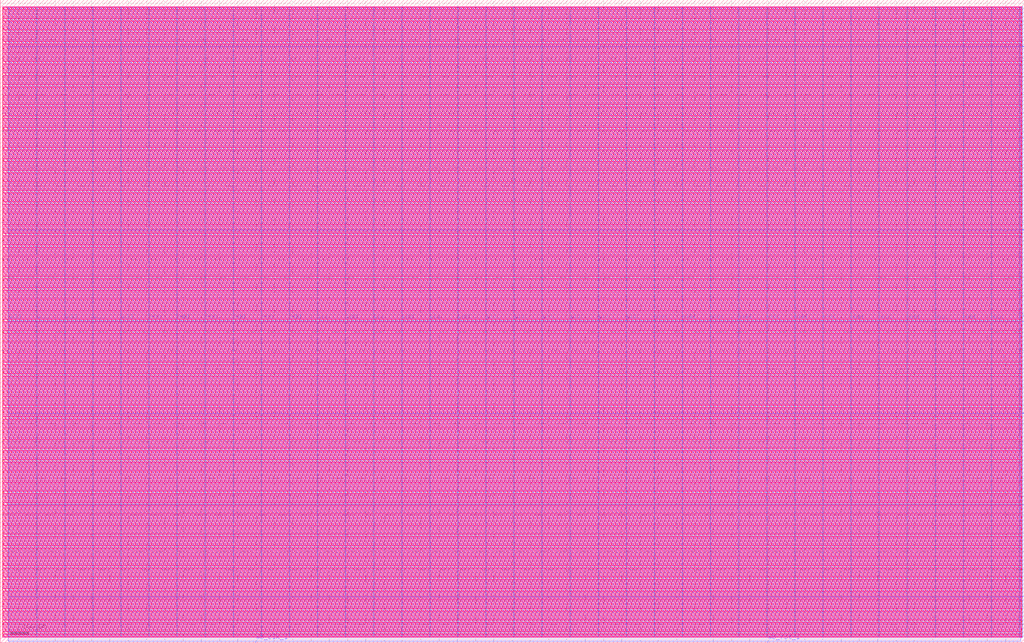
<source format=lef>
VERSION 5.7 ;
  NOWIREEXTENSIONATPIN ON ;
  DIVIDERCHAR "/" ;
  BUSBITCHARS "[]" ;
MACRO dpll
  CLASS BLOCK ;
  FOREIGN dpll ;
  ORIGIN 0.000 0.000 ;
  SIZE 2800.000 BY 1760.000 ;
  PIN clk_fin
    DIRECTION INPUT ;
    USE SIGNAL ;
    ANTENNAGATEAREA 1.102000 ;
    ANTENNADIFFAREA 0.410400 ;
    PORT
      LAYER Metal3 ;
        RECT 2796.000 1631.840 2800.000 1632.400 ;
    END
  END clk_fin
  PIN freq_select[0]
    DIRECTION INPUT ;
    USE SIGNAL ;
    ANTENNAGATEAREA 1.102000 ;
    ANTENNADIFFAREA 0.410400 ;
    PORT
      LAYER Metal3 ;
        RECT 2796.000 1130.080 2800.000 1130.640 ;
    END
  END freq_select[0]
  PIN freq_select[1]
    DIRECTION INPUT ;
    USE SIGNAL ;
    ANTENNAGATEAREA 1.102000 ;
    ANTENNADIFFAREA 0.410400 ;
    PORT
      LAYER Metal3 ;
        RECT 2796.000 1380.960 2800.000 1381.520 ;
    END
  END freq_select[1]
  PIN io_oeb[0]
    DIRECTION OUTPUT TRISTATE ;
    USE SIGNAL ;
    ANTENNADIFFAREA 0.360800 ;
    PORT
      LAYER Metal3 ;
        RECT 2796.000 126.560 2800.000 127.120 ;
    END
  END io_oeb[0]
  PIN io_oeb[1]
    DIRECTION OUTPUT TRISTATE ;
    USE SIGNAL ;
    ANTENNADIFFAREA 0.360800 ;
    PORT
      LAYER Metal3 ;
        RECT 2796.000 628.320 2800.000 628.880 ;
    END
  END io_oeb[1]
  PIN io_out[0]
    DIRECTION OUTPUT TRISTATE ;
    USE SIGNAL ;
    ANTENNADIFFAREA 4.731200 ;
    PORT
      LAYER Metal3 ;
        RECT 2796.000 377.440 2800.000 378.000 ;
    END
  END io_out[0]
  PIN io_out[1]
    DIRECTION OUTPUT TRISTATE ;
    USE SIGNAL ;
    ANTENNADIFFAREA 4.731200 ;
    PORT
      LAYER Metal3 ;
        RECT 2796.000 879.200 2800.000 879.760 ;
    END
  END io_out[1]
  PIN vdd
    DIRECTION INOUT ;
    USE POWER ;
    PORT
      LAYER Metal4 ;
        RECT 22.240 15.380 23.840 1740.780 ;
    END
    PORT
      LAYER Metal4 ;
        RECT 175.840 15.380 177.440 1740.780 ;
    END
    PORT
      LAYER Metal4 ;
        RECT 329.440 15.380 331.040 1740.780 ;
    END
    PORT
      LAYER Metal4 ;
        RECT 483.040 15.380 484.640 1740.780 ;
    END
    PORT
      LAYER Metal4 ;
        RECT 636.640 15.380 638.240 1740.780 ;
    END
    PORT
      LAYER Metal4 ;
        RECT 790.240 15.380 791.840 1740.780 ;
    END
    PORT
      LAYER Metal4 ;
        RECT 943.840 15.380 945.440 1740.780 ;
    END
    PORT
      LAYER Metal4 ;
        RECT 1097.440 15.380 1099.040 1740.780 ;
    END
    PORT
      LAYER Metal4 ;
        RECT 1251.040 15.380 1252.640 1740.780 ;
    END
    PORT
      LAYER Metal4 ;
        RECT 1404.640 15.380 1406.240 1740.780 ;
    END
    PORT
      LAYER Metal4 ;
        RECT 1558.240 15.380 1559.840 1740.780 ;
    END
    PORT
      LAYER Metal4 ;
        RECT 1711.840 15.380 1713.440 1740.780 ;
    END
    PORT
      LAYER Metal4 ;
        RECT 1865.440 15.380 1867.040 1740.780 ;
    END
    PORT
      LAYER Metal4 ;
        RECT 2019.040 15.380 2020.640 1740.780 ;
    END
    PORT
      LAYER Metal4 ;
        RECT 2172.640 15.380 2174.240 1740.780 ;
    END
    PORT
      LAYER Metal4 ;
        RECT 2326.240 15.380 2327.840 1740.780 ;
    END
    PORT
      LAYER Metal4 ;
        RECT 2479.840 15.380 2481.440 1740.780 ;
    END
    PORT
      LAYER Metal4 ;
        RECT 2633.440 15.380 2635.040 1740.780 ;
    END
    PORT
      LAYER Metal4 ;
        RECT 2787.040 15.380 2788.640 1740.780 ;
    END
  END vdd
  PIN vss
    DIRECTION INOUT ;
    USE GROUND ;
    PORT
      LAYER Metal4 ;
        RECT 99.040 15.380 100.640 1740.780 ;
    END
    PORT
      LAYER Metal4 ;
        RECT 252.640 15.380 254.240 1740.780 ;
    END
    PORT
      LAYER Metal4 ;
        RECT 406.240 15.380 407.840 1740.780 ;
    END
    PORT
      LAYER Metal4 ;
        RECT 559.840 15.380 561.440 1740.780 ;
    END
    PORT
      LAYER Metal4 ;
        RECT 713.440 15.380 715.040 1740.780 ;
    END
    PORT
      LAYER Metal4 ;
        RECT 867.040 15.380 868.640 1740.780 ;
    END
    PORT
      LAYER Metal4 ;
        RECT 1020.640 15.380 1022.240 1740.780 ;
    END
    PORT
      LAYER Metal4 ;
        RECT 1174.240 15.380 1175.840 1740.780 ;
    END
    PORT
      LAYER Metal4 ;
        RECT 1327.840 15.380 1329.440 1740.780 ;
    END
    PORT
      LAYER Metal4 ;
        RECT 1481.440 15.380 1483.040 1740.780 ;
    END
    PORT
      LAYER Metal4 ;
        RECT 1635.040 15.380 1636.640 1740.780 ;
    END
    PORT
      LAYER Metal4 ;
        RECT 1788.640 15.380 1790.240 1740.780 ;
    END
    PORT
      LAYER Metal4 ;
        RECT 1942.240 15.380 1943.840 1740.780 ;
    END
    PORT
      LAYER Metal4 ;
        RECT 2095.840 15.380 2097.440 1740.780 ;
    END
    PORT
      LAYER Metal4 ;
        RECT 2249.440 15.380 2251.040 1740.780 ;
    END
    PORT
      LAYER Metal4 ;
        RECT 2403.040 15.380 2404.640 1740.780 ;
    END
    PORT
      LAYER Metal4 ;
        RECT 2556.640 15.380 2558.240 1740.780 ;
    END
    PORT
      LAYER Metal4 ;
        RECT 2710.240 15.380 2711.840 1740.780 ;
    END
  END vss
  PIN wb_clk_i
    DIRECTION INPUT ;
    USE SIGNAL ;
    ANTENNAGATEAREA 4.738000 ;
    ANTENNADIFFAREA 0.410400 ;
    PORT
      LAYER Metal2 ;
        RECT 698.880 0.000 699.440 4.000 ;
    END
  END wb_clk_i
  PIN wb_rst_i
    DIRECTION INPUT ;
    USE SIGNAL ;
    ANTENNAGATEAREA 2.369000 ;
    ANTENNADIFFAREA 0.410400 ;
    PORT
      LAYER Metal2 ;
        RECT 2098.880 0.000 2099.440 4.000 ;
    END
  END wb_rst_i
  OBS
      LAYER Pwell ;
        RECT 6.290 1738.720 2793.710 1740.910 ;
      LAYER Nwell ;
        RECT 6.290 1734.400 2793.710 1738.720 ;
      LAYER Pwell ;
        RECT 6.290 1730.880 2793.710 1734.400 ;
      LAYER Nwell ;
        RECT 6.290 1726.560 2793.710 1730.880 ;
      LAYER Pwell ;
        RECT 6.290 1723.040 2793.710 1726.560 ;
      LAYER Nwell ;
        RECT 6.290 1718.720 2793.710 1723.040 ;
      LAYER Pwell ;
        RECT 6.290 1715.200 2793.710 1718.720 ;
      LAYER Nwell ;
        RECT 6.290 1710.880 2793.710 1715.200 ;
      LAYER Pwell ;
        RECT 6.290 1707.360 2793.710 1710.880 ;
      LAYER Nwell ;
        RECT 6.290 1703.040 2793.710 1707.360 ;
      LAYER Pwell ;
        RECT 6.290 1699.520 2793.710 1703.040 ;
      LAYER Nwell ;
        RECT 6.290 1695.200 2793.710 1699.520 ;
      LAYER Pwell ;
        RECT 6.290 1691.680 2793.710 1695.200 ;
      LAYER Nwell ;
        RECT 6.290 1687.360 2793.710 1691.680 ;
      LAYER Pwell ;
        RECT 6.290 1683.840 2793.710 1687.360 ;
      LAYER Nwell ;
        RECT 6.290 1679.520 2793.710 1683.840 ;
      LAYER Pwell ;
        RECT 6.290 1676.000 2793.710 1679.520 ;
      LAYER Nwell ;
        RECT 6.290 1671.680 2793.710 1676.000 ;
      LAYER Pwell ;
        RECT 6.290 1668.160 2793.710 1671.680 ;
      LAYER Nwell ;
        RECT 6.290 1663.840 2793.710 1668.160 ;
      LAYER Pwell ;
        RECT 6.290 1660.320 2793.710 1663.840 ;
      LAYER Nwell ;
        RECT 6.290 1656.000 2793.710 1660.320 ;
      LAYER Pwell ;
        RECT 6.290 1652.480 2793.710 1656.000 ;
      LAYER Nwell ;
        RECT 6.290 1648.160 2793.710 1652.480 ;
      LAYER Pwell ;
        RECT 6.290 1644.640 2793.710 1648.160 ;
      LAYER Nwell ;
        RECT 6.290 1640.320 2793.710 1644.640 ;
      LAYER Pwell ;
        RECT 6.290 1636.800 2793.710 1640.320 ;
      LAYER Nwell ;
        RECT 6.290 1632.480 2793.710 1636.800 ;
      LAYER Pwell ;
        RECT 6.290 1628.960 2793.710 1632.480 ;
      LAYER Nwell ;
        RECT 6.290 1624.640 2793.710 1628.960 ;
      LAYER Pwell ;
        RECT 6.290 1621.120 2793.710 1624.640 ;
      LAYER Nwell ;
        RECT 6.290 1616.800 2793.710 1621.120 ;
      LAYER Pwell ;
        RECT 6.290 1613.280 2793.710 1616.800 ;
      LAYER Nwell ;
        RECT 6.290 1608.960 2793.710 1613.280 ;
      LAYER Pwell ;
        RECT 6.290 1605.440 2793.710 1608.960 ;
      LAYER Nwell ;
        RECT 6.290 1601.120 2793.710 1605.440 ;
      LAYER Pwell ;
        RECT 6.290 1597.600 2793.710 1601.120 ;
      LAYER Nwell ;
        RECT 6.290 1593.280 2793.710 1597.600 ;
      LAYER Pwell ;
        RECT 6.290 1589.760 2793.710 1593.280 ;
      LAYER Nwell ;
        RECT 6.290 1585.440 2793.710 1589.760 ;
      LAYER Pwell ;
        RECT 6.290 1581.920 2793.710 1585.440 ;
      LAYER Nwell ;
        RECT 6.290 1577.600 2793.710 1581.920 ;
      LAYER Pwell ;
        RECT 6.290 1574.080 2793.710 1577.600 ;
      LAYER Nwell ;
        RECT 6.290 1569.760 2793.710 1574.080 ;
      LAYER Pwell ;
        RECT 6.290 1566.240 2793.710 1569.760 ;
      LAYER Nwell ;
        RECT 6.290 1561.920 2793.710 1566.240 ;
      LAYER Pwell ;
        RECT 6.290 1558.400 2793.710 1561.920 ;
      LAYER Nwell ;
        RECT 6.290 1554.080 2793.710 1558.400 ;
      LAYER Pwell ;
        RECT 6.290 1550.560 2793.710 1554.080 ;
      LAYER Nwell ;
        RECT 6.290 1546.240 2793.710 1550.560 ;
      LAYER Pwell ;
        RECT 6.290 1542.720 2793.710 1546.240 ;
      LAYER Nwell ;
        RECT 6.290 1538.400 2793.710 1542.720 ;
      LAYER Pwell ;
        RECT 6.290 1534.880 2793.710 1538.400 ;
      LAYER Nwell ;
        RECT 6.290 1530.560 2793.710 1534.880 ;
      LAYER Pwell ;
        RECT 6.290 1527.040 2793.710 1530.560 ;
      LAYER Nwell ;
        RECT 6.290 1522.720 2793.710 1527.040 ;
      LAYER Pwell ;
        RECT 6.290 1519.200 2793.710 1522.720 ;
      LAYER Nwell ;
        RECT 6.290 1514.880 2793.710 1519.200 ;
      LAYER Pwell ;
        RECT 6.290 1511.360 2793.710 1514.880 ;
      LAYER Nwell ;
        RECT 6.290 1507.040 2793.710 1511.360 ;
      LAYER Pwell ;
        RECT 6.290 1503.520 2793.710 1507.040 ;
      LAYER Nwell ;
        RECT 6.290 1499.200 2793.710 1503.520 ;
      LAYER Pwell ;
        RECT 6.290 1495.680 2793.710 1499.200 ;
      LAYER Nwell ;
        RECT 6.290 1491.360 2793.710 1495.680 ;
      LAYER Pwell ;
        RECT 6.290 1487.840 2793.710 1491.360 ;
      LAYER Nwell ;
        RECT 6.290 1483.520 2793.710 1487.840 ;
      LAYER Pwell ;
        RECT 6.290 1480.000 2793.710 1483.520 ;
      LAYER Nwell ;
        RECT 6.290 1475.680 2793.710 1480.000 ;
      LAYER Pwell ;
        RECT 6.290 1472.160 2793.710 1475.680 ;
      LAYER Nwell ;
        RECT 6.290 1467.840 2793.710 1472.160 ;
      LAYER Pwell ;
        RECT 6.290 1464.320 2793.710 1467.840 ;
      LAYER Nwell ;
        RECT 6.290 1460.000 2793.710 1464.320 ;
      LAYER Pwell ;
        RECT 6.290 1456.480 2793.710 1460.000 ;
      LAYER Nwell ;
        RECT 6.290 1452.160 2793.710 1456.480 ;
      LAYER Pwell ;
        RECT 6.290 1448.640 2793.710 1452.160 ;
      LAYER Nwell ;
        RECT 6.290 1444.320 2793.710 1448.640 ;
      LAYER Pwell ;
        RECT 6.290 1440.800 2793.710 1444.320 ;
      LAYER Nwell ;
        RECT 6.290 1436.480 2793.710 1440.800 ;
      LAYER Pwell ;
        RECT 6.290 1432.960 2793.710 1436.480 ;
      LAYER Nwell ;
        RECT 6.290 1428.640 2793.710 1432.960 ;
      LAYER Pwell ;
        RECT 6.290 1425.120 2793.710 1428.640 ;
      LAYER Nwell ;
        RECT 6.290 1420.800 2793.710 1425.120 ;
      LAYER Pwell ;
        RECT 6.290 1417.280 2793.710 1420.800 ;
      LAYER Nwell ;
        RECT 6.290 1412.960 2793.710 1417.280 ;
      LAYER Pwell ;
        RECT 6.290 1409.440 2793.710 1412.960 ;
      LAYER Nwell ;
        RECT 6.290 1405.120 2793.710 1409.440 ;
      LAYER Pwell ;
        RECT 6.290 1401.600 2793.710 1405.120 ;
      LAYER Nwell ;
        RECT 6.290 1397.280 2793.710 1401.600 ;
      LAYER Pwell ;
        RECT 6.290 1393.760 2793.710 1397.280 ;
      LAYER Nwell ;
        RECT 6.290 1389.440 2793.710 1393.760 ;
      LAYER Pwell ;
        RECT 6.290 1385.920 2793.710 1389.440 ;
      LAYER Nwell ;
        RECT 6.290 1381.600 2793.710 1385.920 ;
      LAYER Pwell ;
        RECT 6.290 1378.080 2793.710 1381.600 ;
      LAYER Nwell ;
        RECT 6.290 1373.760 2793.710 1378.080 ;
      LAYER Pwell ;
        RECT 6.290 1370.240 2793.710 1373.760 ;
      LAYER Nwell ;
        RECT 6.290 1365.920 2793.710 1370.240 ;
      LAYER Pwell ;
        RECT 6.290 1362.400 2793.710 1365.920 ;
      LAYER Nwell ;
        RECT 6.290 1358.080 2793.710 1362.400 ;
      LAYER Pwell ;
        RECT 6.290 1354.560 2793.710 1358.080 ;
      LAYER Nwell ;
        RECT 6.290 1350.240 2793.710 1354.560 ;
      LAYER Pwell ;
        RECT 6.290 1346.720 2793.710 1350.240 ;
      LAYER Nwell ;
        RECT 6.290 1342.400 2793.710 1346.720 ;
      LAYER Pwell ;
        RECT 6.290 1338.880 2793.710 1342.400 ;
      LAYER Nwell ;
        RECT 6.290 1334.560 2793.710 1338.880 ;
      LAYER Pwell ;
        RECT 6.290 1331.040 2793.710 1334.560 ;
      LAYER Nwell ;
        RECT 6.290 1326.720 2793.710 1331.040 ;
      LAYER Pwell ;
        RECT 6.290 1323.200 2793.710 1326.720 ;
      LAYER Nwell ;
        RECT 6.290 1318.880 2793.710 1323.200 ;
      LAYER Pwell ;
        RECT 6.290 1315.360 2793.710 1318.880 ;
      LAYER Nwell ;
        RECT 6.290 1311.040 2793.710 1315.360 ;
      LAYER Pwell ;
        RECT 6.290 1307.520 2793.710 1311.040 ;
      LAYER Nwell ;
        RECT 6.290 1303.200 2793.710 1307.520 ;
      LAYER Pwell ;
        RECT 6.290 1299.680 2793.710 1303.200 ;
      LAYER Nwell ;
        RECT 6.290 1295.360 2793.710 1299.680 ;
      LAYER Pwell ;
        RECT 6.290 1291.840 2793.710 1295.360 ;
      LAYER Nwell ;
        RECT 6.290 1287.520 2793.710 1291.840 ;
      LAYER Pwell ;
        RECT 6.290 1284.000 2793.710 1287.520 ;
      LAYER Nwell ;
        RECT 6.290 1279.680 2793.710 1284.000 ;
      LAYER Pwell ;
        RECT 6.290 1276.160 2793.710 1279.680 ;
      LAYER Nwell ;
        RECT 6.290 1271.840 2793.710 1276.160 ;
      LAYER Pwell ;
        RECT 6.290 1268.320 2793.710 1271.840 ;
      LAYER Nwell ;
        RECT 6.290 1264.000 2793.710 1268.320 ;
      LAYER Pwell ;
        RECT 6.290 1260.480 2793.710 1264.000 ;
      LAYER Nwell ;
        RECT 6.290 1256.160 2793.710 1260.480 ;
      LAYER Pwell ;
        RECT 6.290 1252.640 2793.710 1256.160 ;
      LAYER Nwell ;
        RECT 6.290 1248.320 2793.710 1252.640 ;
      LAYER Pwell ;
        RECT 6.290 1244.800 2793.710 1248.320 ;
      LAYER Nwell ;
        RECT 6.290 1240.480 2793.710 1244.800 ;
      LAYER Pwell ;
        RECT 6.290 1236.960 2793.710 1240.480 ;
      LAYER Nwell ;
        RECT 6.290 1232.640 2793.710 1236.960 ;
      LAYER Pwell ;
        RECT 6.290 1229.120 2793.710 1232.640 ;
      LAYER Nwell ;
        RECT 6.290 1224.800 2793.710 1229.120 ;
      LAYER Pwell ;
        RECT 6.290 1221.280 2793.710 1224.800 ;
      LAYER Nwell ;
        RECT 6.290 1216.960 2793.710 1221.280 ;
      LAYER Pwell ;
        RECT 6.290 1213.440 2793.710 1216.960 ;
      LAYER Nwell ;
        RECT 6.290 1209.120 2793.710 1213.440 ;
      LAYER Pwell ;
        RECT 6.290 1205.600 2793.710 1209.120 ;
      LAYER Nwell ;
        RECT 6.290 1201.280 2793.710 1205.600 ;
      LAYER Pwell ;
        RECT 6.290 1197.760 2793.710 1201.280 ;
      LAYER Nwell ;
        RECT 6.290 1193.440 2793.710 1197.760 ;
      LAYER Pwell ;
        RECT 6.290 1189.920 2793.710 1193.440 ;
      LAYER Nwell ;
        RECT 6.290 1185.600 2793.710 1189.920 ;
      LAYER Pwell ;
        RECT 6.290 1182.080 2793.710 1185.600 ;
      LAYER Nwell ;
        RECT 6.290 1177.760 2793.710 1182.080 ;
      LAYER Pwell ;
        RECT 6.290 1174.240 2793.710 1177.760 ;
      LAYER Nwell ;
        RECT 6.290 1169.920 2793.710 1174.240 ;
      LAYER Pwell ;
        RECT 6.290 1166.400 2793.710 1169.920 ;
      LAYER Nwell ;
        RECT 6.290 1162.080 2793.710 1166.400 ;
      LAYER Pwell ;
        RECT 6.290 1158.560 2793.710 1162.080 ;
      LAYER Nwell ;
        RECT 6.290 1154.240 2793.710 1158.560 ;
      LAYER Pwell ;
        RECT 6.290 1150.720 2793.710 1154.240 ;
      LAYER Nwell ;
        RECT 6.290 1146.400 2793.710 1150.720 ;
      LAYER Pwell ;
        RECT 6.290 1142.880 2793.710 1146.400 ;
      LAYER Nwell ;
        RECT 6.290 1138.560 2793.710 1142.880 ;
      LAYER Pwell ;
        RECT 6.290 1135.040 2793.710 1138.560 ;
      LAYER Nwell ;
        RECT 6.290 1130.720 2793.710 1135.040 ;
      LAYER Pwell ;
        RECT 6.290 1127.200 2793.710 1130.720 ;
      LAYER Nwell ;
        RECT 6.290 1122.880 2793.710 1127.200 ;
      LAYER Pwell ;
        RECT 6.290 1119.360 2793.710 1122.880 ;
      LAYER Nwell ;
        RECT 6.290 1115.040 2793.710 1119.360 ;
      LAYER Pwell ;
        RECT 6.290 1111.520 2793.710 1115.040 ;
      LAYER Nwell ;
        RECT 6.290 1107.200 2793.710 1111.520 ;
      LAYER Pwell ;
        RECT 6.290 1103.680 2793.710 1107.200 ;
      LAYER Nwell ;
        RECT 6.290 1099.360 2793.710 1103.680 ;
      LAYER Pwell ;
        RECT 6.290 1095.840 2793.710 1099.360 ;
      LAYER Nwell ;
        RECT 6.290 1091.520 2793.710 1095.840 ;
      LAYER Pwell ;
        RECT 6.290 1088.000 2793.710 1091.520 ;
      LAYER Nwell ;
        RECT 6.290 1083.680 2793.710 1088.000 ;
      LAYER Pwell ;
        RECT 6.290 1080.160 2793.710 1083.680 ;
      LAYER Nwell ;
        RECT 6.290 1075.840 2793.710 1080.160 ;
      LAYER Pwell ;
        RECT 6.290 1072.320 2793.710 1075.840 ;
      LAYER Nwell ;
        RECT 6.290 1068.000 2793.710 1072.320 ;
      LAYER Pwell ;
        RECT 6.290 1064.480 2793.710 1068.000 ;
      LAYER Nwell ;
        RECT 6.290 1060.160 2793.710 1064.480 ;
      LAYER Pwell ;
        RECT 6.290 1056.640 2793.710 1060.160 ;
      LAYER Nwell ;
        RECT 6.290 1052.320 2793.710 1056.640 ;
      LAYER Pwell ;
        RECT 6.290 1048.800 2793.710 1052.320 ;
      LAYER Nwell ;
        RECT 6.290 1044.480 2793.710 1048.800 ;
      LAYER Pwell ;
        RECT 6.290 1040.960 2793.710 1044.480 ;
      LAYER Nwell ;
        RECT 6.290 1036.640 2793.710 1040.960 ;
      LAYER Pwell ;
        RECT 6.290 1033.120 2793.710 1036.640 ;
      LAYER Nwell ;
        RECT 6.290 1028.800 2793.710 1033.120 ;
      LAYER Pwell ;
        RECT 6.290 1025.280 2793.710 1028.800 ;
      LAYER Nwell ;
        RECT 6.290 1020.960 2793.710 1025.280 ;
      LAYER Pwell ;
        RECT 6.290 1017.440 2793.710 1020.960 ;
      LAYER Nwell ;
        RECT 6.290 1013.120 2793.710 1017.440 ;
      LAYER Pwell ;
        RECT 6.290 1009.600 2793.710 1013.120 ;
      LAYER Nwell ;
        RECT 6.290 1005.280 2793.710 1009.600 ;
      LAYER Pwell ;
        RECT 6.290 1001.760 2793.710 1005.280 ;
      LAYER Nwell ;
        RECT 6.290 997.440 2793.710 1001.760 ;
      LAYER Pwell ;
        RECT 6.290 993.920 2793.710 997.440 ;
      LAYER Nwell ;
        RECT 6.290 989.600 2793.710 993.920 ;
      LAYER Pwell ;
        RECT 6.290 986.080 2793.710 989.600 ;
      LAYER Nwell ;
        RECT 6.290 981.760 2793.710 986.080 ;
      LAYER Pwell ;
        RECT 6.290 978.240 2793.710 981.760 ;
      LAYER Nwell ;
        RECT 6.290 973.920 2793.710 978.240 ;
      LAYER Pwell ;
        RECT 6.290 970.400 2793.710 973.920 ;
      LAYER Nwell ;
        RECT 6.290 966.080 2793.710 970.400 ;
      LAYER Pwell ;
        RECT 6.290 962.560 2793.710 966.080 ;
      LAYER Nwell ;
        RECT 6.290 958.240 2793.710 962.560 ;
      LAYER Pwell ;
        RECT 6.290 954.720 2793.710 958.240 ;
      LAYER Nwell ;
        RECT 6.290 950.400 2793.710 954.720 ;
      LAYER Pwell ;
        RECT 6.290 946.880 2793.710 950.400 ;
      LAYER Nwell ;
        RECT 6.290 942.560 2793.710 946.880 ;
      LAYER Pwell ;
        RECT 6.290 939.040 2793.710 942.560 ;
      LAYER Nwell ;
        RECT 6.290 934.720 2793.710 939.040 ;
      LAYER Pwell ;
        RECT 6.290 931.200 2793.710 934.720 ;
      LAYER Nwell ;
        RECT 6.290 926.880 2793.710 931.200 ;
      LAYER Pwell ;
        RECT 6.290 923.360 2793.710 926.880 ;
      LAYER Nwell ;
        RECT 6.290 919.040 2793.710 923.360 ;
      LAYER Pwell ;
        RECT 6.290 915.520 2793.710 919.040 ;
      LAYER Nwell ;
        RECT 6.290 911.200 2793.710 915.520 ;
      LAYER Pwell ;
        RECT 6.290 907.680 2793.710 911.200 ;
      LAYER Nwell ;
        RECT 6.290 903.360 2793.710 907.680 ;
      LAYER Pwell ;
        RECT 6.290 899.840 2793.710 903.360 ;
      LAYER Nwell ;
        RECT 6.290 895.520 2793.710 899.840 ;
      LAYER Pwell ;
        RECT 6.290 892.000 2793.710 895.520 ;
      LAYER Nwell ;
        RECT 6.290 887.680 2793.710 892.000 ;
      LAYER Pwell ;
        RECT 6.290 884.160 2793.710 887.680 ;
      LAYER Nwell ;
        RECT 6.290 879.840 2793.710 884.160 ;
      LAYER Pwell ;
        RECT 6.290 876.320 2793.710 879.840 ;
      LAYER Nwell ;
        RECT 6.290 872.000 2793.710 876.320 ;
      LAYER Pwell ;
        RECT 6.290 868.480 2793.710 872.000 ;
      LAYER Nwell ;
        RECT 6.290 864.160 2793.710 868.480 ;
      LAYER Pwell ;
        RECT 6.290 860.640 2793.710 864.160 ;
      LAYER Nwell ;
        RECT 6.290 856.320 2793.710 860.640 ;
      LAYER Pwell ;
        RECT 6.290 852.800 2793.710 856.320 ;
      LAYER Nwell ;
        RECT 6.290 848.480 2793.710 852.800 ;
      LAYER Pwell ;
        RECT 6.290 844.960 2793.710 848.480 ;
      LAYER Nwell ;
        RECT 6.290 840.640 2793.710 844.960 ;
      LAYER Pwell ;
        RECT 6.290 837.120 2793.710 840.640 ;
      LAYER Nwell ;
        RECT 6.290 832.800 2793.710 837.120 ;
      LAYER Pwell ;
        RECT 6.290 829.280 2793.710 832.800 ;
      LAYER Nwell ;
        RECT 6.290 829.155 2693.640 829.280 ;
        RECT 6.290 825.085 2793.710 829.155 ;
        RECT 6.290 824.960 2714.920 825.085 ;
      LAYER Pwell ;
        RECT 6.290 821.440 2793.710 824.960 ;
      LAYER Nwell ;
        RECT 6.290 821.315 2726.510 821.440 ;
        RECT 6.290 817.245 2793.710 821.315 ;
        RECT 6.290 817.120 2669.345 817.245 ;
      LAYER Pwell ;
        RECT 6.290 813.600 2793.710 817.120 ;
      LAYER Nwell ;
        RECT 6.290 813.475 2666.200 813.600 ;
        RECT 6.290 809.405 2793.710 813.475 ;
        RECT 6.290 809.280 2700.470 809.405 ;
      LAYER Pwell ;
        RECT 6.290 805.760 2793.710 809.280 ;
      LAYER Nwell ;
        RECT 6.290 805.635 2726.120 805.760 ;
        RECT 6.290 801.565 2793.710 805.635 ;
        RECT 6.290 801.440 2672.145 801.565 ;
      LAYER Pwell ;
        RECT 6.290 797.920 2793.710 801.440 ;
      LAYER Nwell ;
        RECT 6.290 793.725 2793.710 797.920 ;
        RECT 6.290 793.600 2706.305 793.725 ;
      LAYER Pwell ;
        RECT 6.290 790.080 2793.710 793.600 ;
      LAYER Nwell ;
        RECT 6.290 789.955 2690.065 790.080 ;
        RECT 6.290 785.885 2793.710 789.955 ;
        RECT 6.290 785.760 2711.905 785.885 ;
      LAYER Pwell ;
        RECT 6.290 782.240 2793.710 785.760 ;
      LAYER Nwell ;
        RECT 6.290 782.115 2734.435 782.240 ;
        RECT 6.290 777.920 2793.710 782.115 ;
      LAYER Pwell ;
        RECT 6.290 774.400 2793.710 777.920 ;
      LAYER Nwell ;
        RECT 6.290 774.275 2721.985 774.400 ;
        RECT 6.290 770.205 2793.710 774.275 ;
        RECT 6.290 770.080 2754.680 770.205 ;
      LAYER Pwell ;
        RECT 6.290 766.560 2793.710 770.080 ;
      LAYER Nwell ;
        RECT 6.290 762.240 2793.710 766.560 ;
      LAYER Pwell ;
        RECT 6.290 758.720 2793.710 762.240 ;
      LAYER Nwell ;
        RECT 6.290 754.400 2793.710 758.720 ;
      LAYER Pwell ;
        RECT 6.290 750.880 2793.710 754.400 ;
      LAYER Nwell ;
        RECT 6.290 746.560 2793.710 750.880 ;
      LAYER Pwell ;
        RECT 6.290 743.040 2793.710 746.560 ;
      LAYER Nwell ;
        RECT 6.290 738.720 2793.710 743.040 ;
      LAYER Pwell ;
        RECT 6.290 735.200 2793.710 738.720 ;
      LAYER Nwell ;
        RECT 6.290 730.880 2793.710 735.200 ;
      LAYER Pwell ;
        RECT 6.290 727.360 2793.710 730.880 ;
      LAYER Nwell ;
        RECT 6.290 723.040 2793.710 727.360 ;
      LAYER Pwell ;
        RECT 6.290 719.520 2793.710 723.040 ;
      LAYER Nwell ;
        RECT 6.290 715.200 2793.710 719.520 ;
      LAYER Pwell ;
        RECT 6.290 711.680 2793.710 715.200 ;
      LAYER Nwell ;
        RECT 6.290 707.360 2793.710 711.680 ;
      LAYER Pwell ;
        RECT 6.290 703.840 2793.710 707.360 ;
      LAYER Nwell ;
        RECT 6.290 699.520 2793.710 703.840 ;
      LAYER Pwell ;
        RECT 6.290 696.000 2793.710 699.520 ;
      LAYER Nwell ;
        RECT 6.290 691.680 2793.710 696.000 ;
      LAYER Pwell ;
        RECT 6.290 688.160 2793.710 691.680 ;
      LAYER Nwell ;
        RECT 6.290 683.840 2793.710 688.160 ;
      LAYER Pwell ;
        RECT 6.290 680.320 2793.710 683.840 ;
      LAYER Nwell ;
        RECT 6.290 676.000 2793.710 680.320 ;
      LAYER Pwell ;
        RECT 6.290 672.480 2793.710 676.000 ;
      LAYER Nwell ;
        RECT 6.290 668.160 2793.710 672.480 ;
      LAYER Pwell ;
        RECT 6.290 664.640 2793.710 668.160 ;
      LAYER Nwell ;
        RECT 6.290 660.320 2793.710 664.640 ;
      LAYER Pwell ;
        RECT 6.290 656.800 2793.710 660.320 ;
      LAYER Nwell ;
        RECT 6.290 652.480 2793.710 656.800 ;
      LAYER Pwell ;
        RECT 6.290 648.960 2793.710 652.480 ;
      LAYER Nwell ;
        RECT 6.290 644.640 2793.710 648.960 ;
      LAYER Pwell ;
        RECT 6.290 641.120 2793.710 644.640 ;
      LAYER Nwell ;
        RECT 6.290 636.800 2793.710 641.120 ;
      LAYER Pwell ;
        RECT 6.290 633.280 2793.710 636.800 ;
      LAYER Nwell ;
        RECT 6.290 628.960 2793.710 633.280 ;
      LAYER Pwell ;
        RECT 6.290 625.440 2793.710 628.960 ;
      LAYER Nwell ;
        RECT 6.290 621.120 2793.710 625.440 ;
      LAYER Pwell ;
        RECT 6.290 617.600 2793.710 621.120 ;
      LAYER Nwell ;
        RECT 6.290 613.280 2793.710 617.600 ;
      LAYER Pwell ;
        RECT 6.290 609.760 2793.710 613.280 ;
      LAYER Nwell ;
        RECT 6.290 605.440 2793.710 609.760 ;
      LAYER Pwell ;
        RECT 6.290 601.920 2793.710 605.440 ;
      LAYER Nwell ;
        RECT 6.290 597.600 2793.710 601.920 ;
      LAYER Pwell ;
        RECT 6.290 594.080 2793.710 597.600 ;
      LAYER Nwell ;
        RECT 6.290 589.760 2793.710 594.080 ;
      LAYER Pwell ;
        RECT 6.290 586.240 2793.710 589.760 ;
      LAYER Nwell ;
        RECT 6.290 581.920 2793.710 586.240 ;
      LAYER Pwell ;
        RECT 6.290 578.400 2793.710 581.920 ;
      LAYER Nwell ;
        RECT 6.290 574.080 2793.710 578.400 ;
      LAYER Pwell ;
        RECT 6.290 570.560 2793.710 574.080 ;
      LAYER Nwell ;
        RECT 6.290 566.240 2793.710 570.560 ;
      LAYER Pwell ;
        RECT 6.290 562.720 2793.710 566.240 ;
      LAYER Nwell ;
        RECT 6.290 558.400 2793.710 562.720 ;
      LAYER Pwell ;
        RECT 6.290 554.880 2793.710 558.400 ;
      LAYER Nwell ;
        RECT 6.290 550.560 2793.710 554.880 ;
      LAYER Pwell ;
        RECT 6.290 547.040 2793.710 550.560 ;
      LAYER Nwell ;
        RECT 6.290 542.720 2793.710 547.040 ;
      LAYER Pwell ;
        RECT 6.290 539.200 2793.710 542.720 ;
      LAYER Nwell ;
        RECT 6.290 534.880 2793.710 539.200 ;
      LAYER Pwell ;
        RECT 6.290 531.360 2793.710 534.880 ;
      LAYER Nwell ;
        RECT 6.290 527.040 2793.710 531.360 ;
      LAYER Pwell ;
        RECT 6.290 523.520 2793.710 527.040 ;
      LAYER Nwell ;
        RECT 6.290 519.200 2793.710 523.520 ;
      LAYER Pwell ;
        RECT 6.290 515.680 2793.710 519.200 ;
      LAYER Nwell ;
        RECT 6.290 511.360 2793.710 515.680 ;
      LAYER Pwell ;
        RECT 6.290 507.840 2793.710 511.360 ;
      LAYER Nwell ;
        RECT 6.290 503.520 2793.710 507.840 ;
      LAYER Pwell ;
        RECT 6.290 500.000 2793.710 503.520 ;
      LAYER Nwell ;
        RECT 6.290 495.680 2793.710 500.000 ;
      LAYER Pwell ;
        RECT 6.290 492.160 2793.710 495.680 ;
      LAYER Nwell ;
        RECT 6.290 487.840 2793.710 492.160 ;
      LAYER Pwell ;
        RECT 6.290 484.320 2793.710 487.840 ;
      LAYER Nwell ;
        RECT 6.290 480.000 2793.710 484.320 ;
      LAYER Pwell ;
        RECT 6.290 476.480 2793.710 480.000 ;
      LAYER Nwell ;
        RECT 6.290 472.160 2793.710 476.480 ;
      LAYER Pwell ;
        RECT 6.290 468.640 2793.710 472.160 ;
      LAYER Nwell ;
        RECT 6.290 464.320 2793.710 468.640 ;
      LAYER Pwell ;
        RECT 6.290 460.800 2793.710 464.320 ;
      LAYER Nwell ;
        RECT 6.290 456.480 2793.710 460.800 ;
      LAYER Pwell ;
        RECT 6.290 452.960 2793.710 456.480 ;
      LAYER Nwell ;
        RECT 6.290 448.640 2793.710 452.960 ;
      LAYER Pwell ;
        RECT 6.290 445.120 2793.710 448.640 ;
      LAYER Nwell ;
        RECT 6.290 440.800 2793.710 445.120 ;
      LAYER Pwell ;
        RECT 6.290 437.280 2793.710 440.800 ;
      LAYER Nwell ;
        RECT 6.290 432.960 2793.710 437.280 ;
      LAYER Pwell ;
        RECT 6.290 429.440 2793.710 432.960 ;
      LAYER Nwell ;
        RECT 6.290 425.120 2793.710 429.440 ;
      LAYER Pwell ;
        RECT 6.290 421.600 2793.710 425.120 ;
      LAYER Nwell ;
        RECT 6.290 417.280 2793.710 421.600 ;
      LAYER Pwell ;
        RECT 6.290 413.760 2793.710 417.280 ;
      LAYER Nwell ;
        RECT 6.290 409.440 2793.710 413.760 ;
      LAYER Pwell ;
        RECT 6.290 405.920 2793.710 409.440 ;
      LAYER Nwell ;
        RECT 6.290 401.600 2793.710 405.920 ;
      LAYER Pwell ;
        RECT 6.290 398.080 2793.710 401.600 ;
      LAYER Nwell ;
        RECT 6.290 393.760 2793.710 398.080 ;
      LAYER Pwell ;
        RECT 6.290 390.240 2793.710 393.760 ;
      LAYER Nwell ;
        RECT 6.290 385.920 2793.710 390.240 ;
      LAYER Pwell ;
        RECT 6.290 382.400 2793.710 385.920 ;
      LAYER Nwell ;
        RECT 6.290 378.080 2793.710 382.400 ;
      LAYER Pwell ;
        RECT 6.290 374.560 2793.710 378.080 ;
      LAYER Nwell ;
        RECT 6.290 370.240 2793.710 374.560 ;
      LAYER Pwell ;
        RECT 6.290 366.720 2793.710 370.240 ;
      LAYER Nwell ;
        RECT 6.290 362.400 2793.710 366.720 ;
      LAYER Pwell ;
        RECT 6.290 358.880 2793.710 362.400 ;
      LAYER Nwell ;
        RECT 6.290 354.560 2793.710 358.880 ;
      LAYER Pwell ;
        RECT 6.290 351.040 2793.710 354.560 ;
      LAYER Nwell ;
        RECT 6.290 346.720 2793.710 351.040 ;
      LAYER Pwell ;
        RECT 6.290 343.200 2793.710 346.720 ;
      LAYER Nwell ;
        RECT 6.290 338.880 2793.710 343.200 ;
      LAYER Pwell ;
        RECT 6.290 335.360 2793.710 338.880 ;
      LAYER Nwell ;
        RECT 6.290 331.040 2793.710 335.360 ;
      LAYER Pwell ;
        RECT 6.290 327.520 2793.710 331.040 ;
      LAYER Nwell ;
        RECT 6.290 323.200 2793.710 327.520 ;
      LAYER Pwell ;
        RECT 6.290 319.680 2793.710 323.200 ;
      LAYER Nwell ;
        RECT 6.290 315.360 2793.710 319.680 ;
      LAYER Pwell ;
        RECT 6.290 311.840 2793.710 315.360 ;
      LAYER Nwell ;
        RECT 6.290 307.520 2793.710 311.840 ;
      LAYER Pwell ;
        RECT 6.290 304.000 2793.710 307.520 ;
      LAYER Nwell ;
        RECT 6.290 299.680 2793.710 304.000 ;
      LAYER Pwell ;
        RECT 6.290 296.160 2793.710 299.680 ;
      LAYER Nwell ;
        RECT 6.290 291.840 2793.710 296.160 ;
      LAYER Pwell ;
        RECT 6.290 288.320 2793.710 291.840 ;
      LAYER Nwell ;
        RECT 6.290 284.000 2793.710 288.320 ;
      LAYER Pwell ;
        RECT 6.290 280.480 2793.710 284.000 ;
      LAYER Nwell ;
        RECT 6.290 276.160 2793.710 280.480 ;
      LAYER Pwell ;
        RECT 6.290 272.640 2793.710 276.160 ;
      LAYER Nwell ;
        RECT 6.290 268.320 2793.710 272.640 ;
      LAYER Pwell ;
        RECT 6.290 264.800 2793.710 268.320 ;
      LAYER Nwell ;
        RECT 6.290 260.480 2793.710 264.800 ;
      LAYER Pwell ;
        RECT 6.290 256.960 2793.710 260.480 ;
      LAYER Nwell ;
        RECT 6.290 252.640 2793.710 256.960 ;
      LAYER Pwell ;
        RECT 6.290 249.120 2793.710 252.640 ;
      LAYER Nwell ;
        RECT 6.290 244.800 2793.710 249.120 ;
      LAYER Pwell ;
        RECT 6.290 241.280 2793.710 244.800 ;
      LAYER Nwell ;
        RECT 6.290 236.960 2793.710 241.280 ;
      LAYER Pwell ;
        RECT 6.290 233.440 2793.710 236.960 ;
      LAYER Nwell ;
        RECT 6.290 229.120 2793.710 233.440 ;
      LAYER Pwell ;
        RECT 6.290 225.600 2793.710 229.120 ;
      LAYER Nwell ;
        RECT 6.290 221.280 2793.710 225.600 ;
      LAYER Pwell ;
        RECT 6.290 217.760 2793.710 221.280 ;
      LAYER Nwell ;
        RECT 6.290 213.440 2793.710 217.760 ;
      LAYER Pwell ;
        RECT 6.290 209.920 2793.710 213.440 ;
      LAYER Nwell ;
        RECT 6.290 205.600 2793.710 209.920 ;
      LAYER Pwell ;
        RECT 6.290 202.080 2793.710 205.600 ;
      LAYER Nwell ;
        RECT 6.290 197.760 2793.710 202.080 ;
      LAYER Pwell ;
        RECT 6.290 194.240 2793.710 197.760 ;
      LAYER Nwell ;
        RECT 6.290 189.920 2793.710 194.240 ;
      LAYER Pwell ;
        RECT 6.290 186.400 2793.710 189.920 ;
      LAYER Nwell ;
        RECT 6.290 182.080 2793.710 186.400 ;
      LAYER Pwell ;
        RECT 6.290 178.560 2793.710 182.080 ;
      LAYER Nwell ;
        RECT 6.290 174.240 2793.710 178.560 ;
      LAYER Pwell ;
        RECT 6.290 170.720 2793.710 174.240 ;
      LAYER Nwell ;
        RECT 6.290 166.400 2793.710 170.720 ;
      LAYER Pwell ;
        RECT 6.290 162.880 2793.710 166.400 ;
      LAYER Nwell ;
        RECT 6.290 158.560 2793.710 162.880 ;
      LAYER Pwell ;
        RECT 6.290 155.040 2793.710 158.560 ;
      LAYER Nwell ;
        RECT 6.290 150.720 2793.710 155.040 ;
      LAYER Pwell ;
        RECT 6.290 147.200 2793.710 150.720 ;
      LAYER Nwell ;
        RECT 6.290 142.880 2793.710 147.200 ;
      LAYER Pwell ;
        RECT 6.290 139.360 2793.710 142.880 ;
      LAYER Nwell ;
        RECT 6.290 135.040 2793.710 139.360 ;
      LAYER Pwell ;
        RECT 6.290 131.520 2793.710 135.040 ;
      LAYER Nwell ;
        RECT 6.290 127.200 2793.710 131.520 ;
      LAYER Pwell ;
        RECT 6.290 123.680 2793.710 127.200 ;
      LAYER Nwell ;
        RECT 6.290 119.360 2793.710 123.680 ;
      LAYER Pwell ;
        RECT 6.290 115.840 2793.710 119.360 ;
      LAYER Nwell ;
        RECT 6.290 111.520 2793.710 115.840 ;
      LAYER Pwell ;
        RECT 6.290 108.000 2793.710 111.520 ;
      LAYER Nwell ;
        RECT 6.290 103.680 2793.710 108.000 ;
      LAYER Pwell ;
        RECT 6.290 100.160 2793.710 103.680 ;
      LAYER Nwell ;
        RECT 6.290 95.840 2793.710 100.160 ;
      LAYER Pwell ;
        RECT 6.290 92.320 2793.710 95.840 ;
      LAYER Nwell ;
        RECT 6.290 88.000 2793.710 92.320 ;
      LAYER Pwell ;
        RECT 6.290 84.480 2793.710 88.000 ;
      LAYER Nwell ;
        RECT 6.290 80.160 2793.710 84.480 ;
      LAYER Pwell ;
        RECT 6.290 76.640 2793.710 80.160 ;
      LAYER Nwell ;
        RECT 6.290 72.320 2793.710 76.640 ;
      LAYER Pwell ;
        RECT 6.290 68.800 2793.710 72.320 ;
      LAYER Nwell ;
        RECT 6.290 64.480 2793.710 68.800 ;
      LAYER Pwell ;
        RECT 6.290 60.960 2793.710 64.480 ;
      LAYER Nwell ;
        RECT 6.290 56.640 2793.710 60.960 ;
      LAYER Pwell ;
        RECT 6.290 53.120 2793.710 56.640 ;
      LAYER Nwell ;
        RECT 6.290 48.800 2793.710 53.120 ;
      LAYER Pwell ;
        RECT 6.290 45.280 2793.710 48.800 ;
      LAYER Nwell ;
        RECT 6.290 40.960 2793.710 45.280 ;
      LAYER Pwell ;
        RECT 6.290 37.440 2793.710 40.960 ;
      LAYER Nwell ;
        RECT 6.290 33.120 2793.710 37.440 ;
      LAYER Pwell ;
        RECT 6.290 29.600 2793.710 33.120 ;
      LAYER Nwell ;
        RECT 6.290 25.280 2793.710 29.600 ;
      LAYER Pwell ;
        RECT 6.290 21.760 2793.710 25.280 ;
      LAYER Nwell ;
        RECT 6.290 17.440 2793.710 21.760 ;
      LAYER Pwell ;
        RECT 6.290 15.250 2793.710 17.440 ;
      LAYER Metal1 ;
        RECT 6.720 15.380 2793.280 1740.780 ;
      LAYER Metal2 ;
        RECT 22.380 4.300 2791.460 1740.670 ;
        RECT 22.380 4.000 698.580 4.300 ;
        RECT 699.740 4.000 2098.580 4.300 ;
        RECT 2099.740 4.000 2791.460 4.300 ;
      LAYER Metal3 ;
        RECT 22.330 1632.700 2796.000 1740.620 ;
        RECT 22.330 1631.540 2795.700 1632.700 ;
        RECT 22.330 1381.820 2796.000 1631.540 ;
        RECT 22.330 1380.660 2795.700 1381.820 ;
        RECT 22.330 1130.940 2796.000 1380.660 ;
        RECT 22.330 1129.780 2795.700 1130.940 ;
        RECT 22.330 880.060 2796.000 1129.780 ;
        RECT 22.330 878.900 2795.700 880.060 ;
        RECT 22.330 629.180 2796.000 878.900 ;
        RECT 22.330 628.020 2795.700 629.180 ;
        RECT 22.330 378.300 2796.000 628.020 ;
        RECT 22.330 377.140 2795.700 378.300 ;
        RECT 22.330 127.420 2796.000 377.140 ;
        RECT 22.330 126.260 2795.700 127.420 ;
        RECT 22.330 15.540 2796.000 126.260 ;
      LAYER Metal4 ;
        RECT 2744.700 779.610 2744.980 784.470 ;
  END
END dpll
END LIBRARY


</source>
